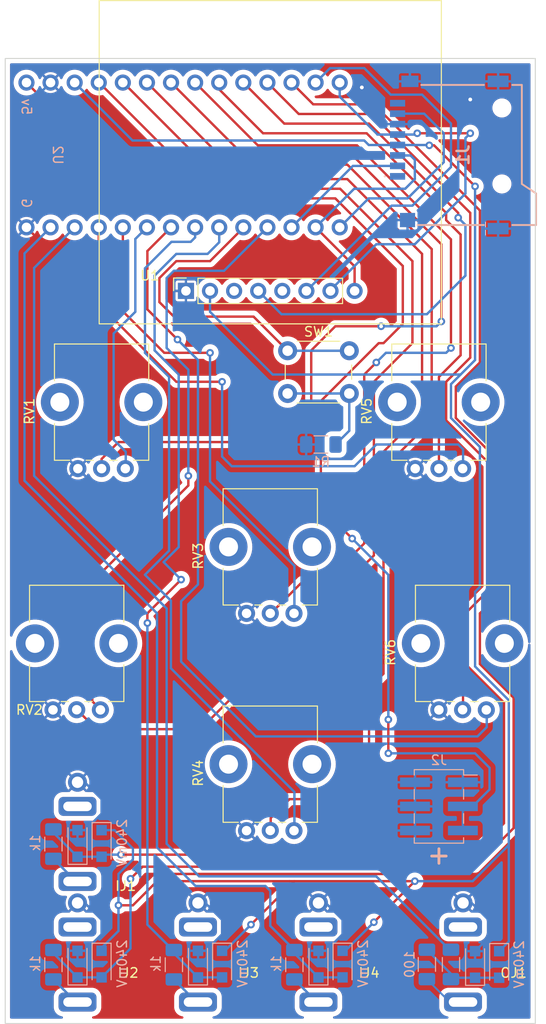
<source format=kicad_pcb>
(kicad_pcb (version 20211014) (generator pcbnew)
  (title_block (comment 4 "AISLER Project ID: LXZBDNXX"))
  (layers (0 "F.Cu" signal) (31 "B.Cu" signal) (34 "B.Paste" user) (35 "F.Paste" user) (36 "B.SilkS" user "B.Silkscreen") (37 "F.SilkS" user "F.Silkscreen") (38 "B.Mask" user) (39 "F.Mask" user) (44 "Edge.Cuts" user))
  (net 0 "")
  (net 1 "/T16")
  (net 2 "GND")
  (net 3 "+3.3V")
  (net 4 "/T15")
  (net 5 "/T7")
  (net 6 "/T0")
  (net 7 "/VOCT_Input/Switch")
  (net 8 "Net-(IJ2-PadT)")
  (net 9 "/Position_Mod_Input/Switch")
  (net 11 "/T10")
  (net 12 "/T11")
  (net 13 "/T13")
  (net 14 "/T12")
  (net 16 "/Channel_1_Mod_Output/Switch")
  (net 17 "/T1")
  (net 18 "Net-(R1-Pad2)")
  (net 19 "/T4")
  (net 20 "/T20")
  (net 21 "/T9")
  (net 22 "/T23")
  (net 23 "/T3")
  (net 24 "/T19")
  (net 25 "/T6")
  (net 26 "/T22")
  (net 27 "/T2")
  (net 28 "/T18")
  (net 29 "/T5")
  (net 30 "/T21")
  (net 31 "/T8")
  (net 32 "/T14")
  (net 34 "/T17")
  (net 35 "+5V")
  (net 36 "Net-(IJ4-PadT)")
  (net 37 "Net-(OD1-Pad1)")
  (net 38 "Net-(OJ1-PadT)")
  (net 39 "/Warp_Mod_Input/Switch")
  (net 40 "Net-(IJ1-PadT)")
  (net 41 "/FM_Mod_Input/Switch")
  (net 42 "Net-(IJ3-PadT)")
  (footprint "Perfboard:3.5mm Jack Perfboard" (layer "F.Cu") (at 83.82 165.1)
    (fp_text reference "IJ3")
    (fp_text value "Input")
  )
  (footprint "Misc:1.5_inch_Oled" (layer "F.Cu") (at 91.44 99.06)
    (fp_text reference "U1")
    (fp_text value "SPI_Oled")
  )
  (footprint "Perfboard:3.5mm Jack Perfboard" (layer "F.Cu") (at 96.52 165.1)
    (fp_text reference "IJ4")
    (fp_text value "Input")
  )
  (footprint "Perfboard:3.5mm Jack Perfboard" (layer "F.Cu") (at 71.12 152.4)
    (fp_text reference "IJ1")
    (fp_text value "Input")
  )
  (footprint "Potentiometer:Bourns_PTV09A-4020UB103" (layer "F.Cu") (at 91.44 152.4)
    (fp_text reference "RV4")
    (fp_text value "FM_Scale_Pot")
  )
  (footprint "Perfboard:3.5mm Jack Perfboard" (layer "F.Cu") (at 71.12 165.1)
    (fp_text reference "IJ2")
    (fp_text value "Input")
  )
  (footprint "Potentiometer:Bourns_PTV09A-4025FB103" (layer "F.Cu") (at 73.66 114.3)
    (fp_text reference "RV1")
    (fp_text value "Warp_Offset_Pot")
  )
  (footprint "Potentiometer:Bourns_PTV09A-4025FB103" (layer "F.Cu") (at 91.44 129.54)
    (fp_text reference "RV3")
    (fp_text value "Frequency_Offset_Pot")
  )
  (footprint "Potentiometer:Bourns_PTV09A-4025FB103" (layer "F.Cu") (at 109.22 114.3)
    (fp_text reference "RV5")
    (fp_text value "Position_Offset_Pot")
  )
  (footprint "Perfboard:3.5mm Jack Perfboard" (layer "F.Cu") (at 111.76 165.1)
    (fp_text reference "OJ1")
    (fp_text value "Input")
  )
  (footprint "Button_Switch_THT:SW_PUSH_6mm_H13mm" (layer "F.Cu") (at 93.27 101.89)
    (fp_text reference "SW1")
    (fp_text value "Next_File_Button")
  )
  (footprint "Potentiometer:Bourns_PTV09A-4020UB103" (layer "F.Cu") (at 71.035 139.685)
    (fp_text reference "RV2")
    (fp_text value "Warp_Scale_Pot")
  )
  (footprint "Potentiometer:Bourns_PTV09A-4020UB103" (layer "F.Cu") (at 111.715 139.685)
    (fp_text reference "RV6")
    (fp_text value "Position_Scale_Pot")
  )
  (footprint "Resistor_SMD:R_1206_3216Metric_Pad1.30x1.75mm_HandSolder" (layer "B.Cu") (at 81.28 166.528875 90)
    (fp_text reference "IR3" hide)
    (fp_text value "1k")
  )
  (footprint "Resistor_SMD:R_1206_3216Metric_Pad1.30x1.75mm_HandSolder" (layer "B.Cu") (at 96.774 111.76)
    (fp_text reference "R1")
    (fp_text value "10k")
  )
  (footprint "Diode_SMD:D_SOD-123F" (layer "B.Cu") (at 71.12 153.761875 90)
    (fp_text reference "ID1" hide)
    (fp_text value "240mV")
  )
  (footprint "Misc:MSD4A" (layer "B.Cu") (at 111.76 81.28 -90)
    (fp_text reference "J1")
    (fp_text value "Micro_SD_Card" hide)
  )
  (footprint "Diode_SMD:D_SOD-123F" (layer "B.Cu") (at 96.52 166.461875 90)
    (fp_text reference "ID7" hide)
    (fp_text value "240mV")
  )
  (footprint "Diode_SMD:D_SOD-123F" (layer "B.Cu") (at 73.66 153.761875 -90)
    (fp_text reference "ID2" hide)
    (fp_text value "240mV")
  )
  (footprint "Diode_SMD:D_SOD-123F" (layer "B.Cu") (at 115.57 166.5 -90)
    (fp_text reference "OD2" hide)
    (fp_text value "240mV")
  )
  (footprint "Resistor_SMD:R_1206_3216Metric_Pad1.30x1.75mm_HandSolder" (layer "B.Cu") (at 68.58 153.828875 90)
    (fp_text reference "IR1" hide)
    (fp_text value "1k")
  )
  (footprint "Diode_SMD:D_SOD-123F" (layer "B.Cu") (at 113.03 166.5 90)
    (fp_text reference "OD1" hide)
    (fp_text value "240mV" hide)
  )
  (footprint "Diode_SMD:D_SOD-123F" (layer "B.Cu") (at 73.66 166.461875 -90)
    (fp_text reference "ID4" hide)
    (fp_text value "240mV")
  )
  (footprint "Resistor_SMD:R_1206_3216Metric_Pad1.30x1.75mm_HandSolder" (layer "B.Cu") (at 93.98 166.528875 90)
    (fp_text reference "IR4" hide)
    (fp_text value "1k")
  )
  (footprint "Resistor_SMD:R_1206_3216Metric_Pad1.30x1.75mm_HandSolder" (layer "B.Cu") (at 110.49 166.5 90)
    (fp_text reference "OR2" hide)
    (fp_text value "900" hide)
  )
  (footprint "Diode_SMD:D_SOD-123F" (layer "B.Cu") (at 99.06 166.461875 -90)
    (fp_text reference "ID8" hide)
    (fp_text value "240mV")
  )
  (footprint "Diode_SMD:D_SOD-123F" (layer "B.Cu") (at 86.36 166.461875 -90)
    (fp_text reference "ID6" hide)
    (fp_text value "240mV")
  )
  (footprint "Resistor_SMD:R_1206_3216Metric_Pad1.30x1.75mm_HandSolder" (layer "B.Cu") (at 107.95 166.5 90)
    (fp_text reference "OR1" hide)
    (fp_text value "100")
  )
  (footprint "Diode_SMD:D_SOD-123F" (layer "B.Cu") (at 83.82 166.461875 90)
    (fp_text reference "ID5" hide)
    (fp_text value "240mV")
  )
  (footprint "Resistor_SMD:R_1206_3216Metric_Pad1.30x1.75mm_HandSolder" (layer "B.Cu") (at 68.58 166.528875 90)
    (fp_text reference "IR2" hide)
    (fp_text value "1k")
  )
  (footprint "Connector_PinHeader_2.54mm:PinHeader_2x03_P2.54mm_Vertical_SMD" (layer "B.Cu") (at 109.22 149.86 180)
    (fp_text reference "J2")
    (fp_text value "Power_Connector_2x3")
  )
  (footprint "Teensy:Teensy 4.0 horizontal" (layer "B.Cu") (at 63.2 81.28 90)
    (fp_text reference "U2")
    (fp_text value "Teensy4.0")
  )
  (footprint "Diode_SMD:D_SOD-123F" (layer "B.Cu") (at 71.12 166.461875 90)
    (fp_text reference "ID3" hide)
    (fp_text value "240mV")
  )
  (gr_rect (start 63.5 172.72) (end 119.38 71.12) (layer "Edge.Cuts") (width 0.1) (fill none))
  (gr_text "+" (at 109.22 154.94) (layer "B.SilkS") (effects (font (size 2 2) (thickness 0.3))))
  (segment (start 112.776 154.94) (end 116.078 151.638) (width 0.25) (layer "F.Cu") (net 1))
  (segment (start 112.522 87.376) (end 102.108 76.962) (width 0.25) (layer "F.Cu") (net 1))
  (segment (start 112.014 129.54) (end 114.554 127) (width 0.25) (layer "F.Cu") (net 1))
  (segment (start 116.078 138.938) (end 112.014 134.874) (width 0.25) (layer "F.Cu") (net 1))
  (segment (start 114.554 127) (end 114.554 113.792) (width 0.25) (layer "F.Cu") (net 1))
  (segment (start 109.982 105.156) (end 112.522 102.616) (width 0.25) (layer "F.Cu") (net 1))
  (segment (start 75.692 154.94) (end 112.776 154.94) (width 0.25) (layer "F.Cu") (net 1))
  (segment (start 116.078 151.638) (end 116.078 138.938) (width 0.25) (layer "F.Cu") (net 1))
  (segment (start 112.522 102.616) (end 112.522 87.376) (width 0.25) (layer "F.Cu") (net 1))
  (segment (start 112.014 134.874) (end 112.014 129.54) (width 0.25) (layer "F.Cu") (net 1))
  (segment (start 102.108 76.962) (end 94.442 76.962) (width 0.25) (layer "F.Cu") (net 1))
  (segment (start 94.442 76.962) (end 91.14 73.66) (width 0.25) (layer "F.Cu") (net 1))
  (segment (start 114.554 113.792) (end 109.982 109.22) (width 0.25) (layer "F.Cu") (net 1))
  (segment (start 109.982 109.22) (end 109.982 105.156) (width 0.25) (layer "F.Cu") (net 1))
  (via (at 75.692 154.94) (size 0.8) (drill 0.4) (layers "F.Cu" "B.Cu") (net 1))
  (segment (start 73.881875 154.94) (end 73.66 155.161875) (width 0.25) (layer "B.Cu") (net 1))
  (segment (start 75.692 154.94) (end 73.881875 154.94) (width 0.25) (layer "B.Cu") (net 1))
  (segment (start 68.58 152.278875) (end 68.58 152.621875) (width 0.25) (layer "B.Cu") (net 1))
  (segment (start 71.12 155.161875) (end 73.66 155.161875) (width 0.25) (layer "B.Cu") (net 1))
  (segment (start 68.58 152.621875) (end 71.12 155.161875) (width 0.25) (layer "B.Cu") (net 1))
  (via (at 101.092 74.168) (size 0.8) (drill 0.4) (layers "F.Cu" "B.Cu") (net 2))
  (via (at 112.522 75.438) (size 0.8) (drill 0.4) (layers "F.Cu" "B.Cu") (net 2))
  (segment (start 113.03 165.1) (end 113.04 165.1) (width 0.25) (layer "B.Cu") (net 2))
  (segment (start 86.36 161.798) (end 84.582 160.02) (width 0.25) (layer "B.Cu") (net 2))
  (segment (start 113.04 165.1) (end 114.44 163.7) (width 0.25) (layer "B.Cu") (net 2))
  (segment (start 99.06 161.798) (end 97.282 160.02) (width 0.25) (layer "B.Cu") (net 2))
  (segment (start 84.582 160.02) (end 83.82 160.02) (width 0.25) (layer "B.Cu") (net 2))
  (segment (start 71.92 152.361875) (end 73.66 150.621875) (width 0.25) (layer "B.Cu") (net 2))
  (segment (start 71.882 160.02) (end 71.12 160.02) (width 0.25) (layer "B.Cu") (net 2))
  (segment (start 73.66 150.621875) (end 73.66 149.098) (width 0.25) (layer "B.Cu") (net 2))
  (segment (start 99.06 163.321875) (end 99.06 161.798) (width 0.25) (layer "B.Cu") (net 2))
  (segment (start 96.52 165.061875) (end 97.32 165.061875) (width 0.25) (layer "B.Cu") (net 2))
  (segment (start 84.62 165.061875) (end 86.36 163.321875) (width 0.25) (layer "B.Cu") (net 2))
  (segment (start 97.32 165.061875) (end 99.06 163.321875) (width 0.25) (layer "B.Cu") (net 2))
  (segment (start 83.82 165.061875) (end 84.62 165.061875) (width 0.25) (layer "B.Cu") (net 2))
  (segment (start 112.66 160.02) (end 111.76 160.02) (width 0.25) (layer "B.Cu") (net 2))
  (segment (start 71.12 152.361875) (end 71.92 152.361875) (width 0.25) (layer "B.Cu") (net 2))
  (segment (start 73.66 149.098) (end 71.882 147.32) (width 0.25) (layer "B.Cu") (net 2))
  (segment (start 86.36 163.321875) (end 86.36 161.798) (width 0.25) (layer "B.Cu") (net 2))
  (segment (start 71.92 165.061875) (end 73.66 163.321875) (width 0.25) (layer "B.Cu") (net 2))
  (segment (start 73.66 161.798) (end 71.882 160.02) (width 0.25) (layer "B.Cu") (net 2))
  (segment (start 114.44 163.7) (end 114.44 161.8) (width 0.25) (layer "B.Cu") (net 2))
  (segment (start 71.12 165.061875) (end 71.92 165.061875) (width 0.25) (layer "B.Cu") (net 2))
  (segment (start 114.44 161.8) (end 112.66 160.02) (width 0.25) (layer "B.Cu") (net 2))
  (segment (start 97.282 160.02) (end 96.52 160.02) (width 0.25) (layer "B.Cu") (net 2))
  (segment (start 71.882 147.32) (end 71.12 147.32) (width 0.25) (layer "B.Cu") (net 2))
  (segment (start 73.66 163.321875) (end 73.66 161.798) (width 0.25) (layer "B.Cu") (net 2))
  (segment (start 93.98 157.734) (end 89.408 162.306) (width 0.25) (layer "F.Cu") (net 3))
  (segment (start 93.472 157.734) (end 79.502 157.734) (width 0.25) (layer "F.Cu") (net 3))
  (segment (start 108.204 80.264) (end 108.712 80.264) (width 0.25) (layer "F.Cu") (net 3))
  (segment (start 106.68 157.734) (end 93.472 157.734) (width 0.25) (layer "F.Cu") (net 3))
  (segment (start 106.68 157.734) (end 102.362 162.052) (width 0.25) (layer "F.Cu") (net 3))
  (segment (start 76.962 160.274) (end 75.438 160.274) (width 0.25) (layer "F.Cu") (net 3))
  (segment (start 108.712 80.264) (end 113.03 84.582) (width 0.25) (layer "F.Cu") (net 3))
  (segment (start 79.502 157.734) (end 76.962 160.274) (width 0.25) (layer "F.Cu") (net 3))
  (via (at 75.438 160.274) (size 0.8) (drill 0.4) (layers "F.Cu" "B.Cu") (net 3))
  (via (at 102.362 162.052) (size 0.8) (drill 0.4) (layers "F.Cu" "B.Cu") (net 3))
  (via (at 89.408 162.306) (size 0.8) (drill 0.4) (layers "F.Cu" "B.Cu") (net 3))
  (via (at 113.03 84.582) (size 0.8) (drill 0.4) (layers "F.Cu" "B.Cu") (net 3))
  (via (at 106.68 157.734) (size 0.8) (drill 0.4) (layers "F.Cu" "B.Cu") (net 3))
  (via (at 108.204 80.264) (size 0.8) (drill 0.4) (layers "F.Cu" "B.Cu") (net 3))
  (segment (start 101.82 80.23) (end 104.86 80.23) (width 0.25) (layer "B.Cu") (net 3))
  (segment (start 76.962 155.448) (end 75.438 156.972) (width 0.25) (layer "B.Cu") (net 3))
  (segment (start 86.652125 165.061875) (end 89.408 162.306) (width 0.25) (layer "B.Cu") (net 3))
  (segment (start 75.438 156.972) (end 75.438 162.976) (width 0.25) (layer "B.Cu") (net 3))
  (segment (start 75.438 162.976) (end 73.66 164.754) (width 0.25) (layer "B.Cu") (net 3))
  (segment (start 116.586 164.084) (end 115.57 165.1) (width 0.25) (layer "B.Cu") (net 3))
  (segment (start 113.538 126.746) (end 113.03 127.254) (width 0.25) (layer "B.Cu") (net 3))
  (segment (start 113.03 127.254) (end 113.03 135.128) (width 0.25) (layer "B.Cu") (net 3))
  (segment (start 91.694 104.394) (end 85.09 97.79) (width 0.25) (layer "B.Cu") (net 3))
  (segment (start 108.17 80.23) (end 108.204 80.264) (width 0.25) (layer "B.Cu") (net 3))
  (segment (start 76.916 79.756) (end 101.346 79.756) (width 0.25) (layer "B.Cu") (net 3))
  (segment (start 113.03 102.87) (end 111.506 104.394) (width 0.25) (layer "B.Cu") (net 3))
  (segment (start 113.538 112.014) (end 113.538 126.746) (width 0.25) (layer "B.Cu") (net 3))
  (segment (start 102.362 162.052) (end 99.352125 165.061875) (width 0.25) (layer "B.Cu") (net 3))
  (segment (start 99.352125 165.061875) (end 99.06 165.061875) (width 0.25) (layer "B.Cu") (net 3))
  (segment (start 75.023528 152.361875) (end 73.66 152.361875) (width 0.25) (layer "B.Cu") (net 3))
  (segment (start 116.586 153.924) (end 116.586 164.084) (width 0.25) (layer "B.Cu") (net 3))
  (segment (start 111.506 104.394) (end 110.49 105.41) (width 0.25) (layer "B.Cu") (net 3))
  (segment (start 112.776 157.734) (end 116.586 153.924) (width 0.25) (layer "B.Cu") (net 3))
  (segment (start 85.09 97.79) (end 85.09 95.591) (width 0.25) (layer "B.Cu") (net 3))
  (segment (start 76.962 154.300347) (end 75.023528 152.361875) (width 0.25) (layer "B.Cu") (net 3))
  (segment (start 111.506 104.394) (end 91.694 104.394) (width 0.25) (layer "B.Cu") (net 3))
  (segment (start 113.03 84.582) (end 113.03 102.87) (width 0.25) (layer "B.Cu") (net 3))
  (segment (start 110.49 105.41) (end 110.49 108.966) (width 0.25) (layer "B.Cu") (net 3))
  (segment (start 106.68 157.734) (end 112.776 157.734) (width 0.25) (layer "B.Cu") (net 3))
  (segment (start 73.66 164.754) (end 73.66 165.061875) (width 0.25) (layer "B.Cu") (net 3))
  (segment (start 104.86 80.23) (end 108.17 80.23) (width 0.25) (layer "B.Cu") (net 3))
  (segment (start 116.586 138.684) (end 116.586 153.924) (width 0.25) (layer "B.Cu") (net 3))
  (segment (start 76.962 154.300347) (end 76.962 155.448) (width 0.25) (layer "B.Cu") (net 3))
  (segment (start 110.49 108.966) (end 113.538 112.014) (width 0.25) (layer "B.Cu") (net 3))
  (segment (start 70.82 73.66) (end 76.916 79.756) (width 0.25) (layer "B.Cu") (net 3))
  (segment (start 101.346 79.756) (end 101.82 80.23) (width 0.25) (layer "B.Cu") (net 3))
  (segment (start 86.36 165.061875) (end 86.652125 165.061875) (width 0.25) (layer "B.Cu") (net 3))
  (segment (start 113.03 135.128) (end 116.586 138.684) (width 0.25) (layer "B.Cu") (net 3))
  (segment (start 77.978 156.21) (end 113.03 156.21) (width 0.25) (layer "F.Cu") (net 4))
  (segment (start 115.57 113.538) (end 110.998 108.966) (width 0.25) (layer "F.Cu") (net 4))
  (segment (start 113.538 87.122) (end 102.362 75.946) (width 0.25) (layer "F.Cu") (net 4))
  (segment (start 117.094 138.43) (end 113.538 134.874) (width 0.25) (layer "F.Cu") (net 4))
  (segment (start 115.57 127.508) (end 115.57 113.538) (width 0.25) (layer "F.Cu") (net 4))
  (segment (start 113.538 134.874) (end 113.538 129.54) (width 0.25) (layer "F.Cu") (net 4))
  (segment (start 76.708 157.48) (end 77.978 156.21) (width 0.25) (layer "F.Cu") (net 4))
  (segment (start 113.03 156.21) (end 117.094 152.146) (width 0.25) (layer "F.Cu") (net 4))
  (segment (start 102.362 75.946) (end 95.966 75.946) (width 0.25) (layer "F.Cu") (net 4))
  (segment (start 110.998 105.664) (end 113.538 103.124) (width 0.25) (layer "F.Cu") (net 4))
  (segment (start 95.966 75.946) (end 93.68 73.66) (width 0.25) (layer "F.Cu") (net 4))
  (segment (start 113.538 103.124) (end 113.538 87.122) (width 0.25) (layer "F.Cu") (net 4))
  (segment (start 113.538 129.54) (end 115.57 127.508) (width 0.25) (layer "F.Cu") (net 4))
  (segment (start 117.094 152.146) (end 117.094 138.43) (width 0.25) (layer "F.Cu") (net 4))
  (segment (start 110.998 108.966) (end 110.998 105.664) (width 0.25) (layer "F.Cu") (net 4))
  (via (at 76.708 157.48) (size 0.8) (drill 0.4) (layers "F.Cu" "B.Cu") (net 4))
  (segment (start 68.58 165.321875) (end 71.12 167.861875) (width 0.25) (layer "B.Cu") (net 4))
  (segment (start 76.708 164.813875) (end 73.66 167.861875) (width 0.25) (layer "B.Cu") (net 4))
  (segment (start 76.708 157.48) (end 76.708 164.813875) (width 0.25) (layer "B.Cu") (net 4))
  (segment (start 68.58 164.978875) (end 68.58 165.321875) (width 0.25) (layer "B.Cu") (net 4))
  (segment (start 71.12 167.861875) (end 73.66 167.861875) (width 0.25) (layer "B.Cu") (net 4))
  (segment (start 78.486 129.54) (end 82.042 125.984) (width 0.25) (layer "F.Cu") (net 5))
  (segment (start 78.486 130.556) (end 78.486 129.54) (width 0.25) (layer "F.Cu") (net 5))
  (via (at 82.042 125.984) (size 0.8) (drill 0.4) (layers "F.Cu" "B.Cu") (net 5))
  (via (at 78.486 130.556) (size 0.8) (drill 0.4) (layers "F.Cu" "B.Cu") (net 5))
  (segment (start 81.788 122.556396) (end 80.201198 124.143198) (width 0.25) (layer "B.Cu") (net 5))
  (segment (start 81.28 165.321875) (end 83.82 167.861875) (width 0.25) (layer "B.Cu") (net 5))
  (segment (start 79.248 93.98) (end 79.248 101.854) (width 0.25) (layer "B.Cu") (net 5))
  (segment (start 81.534 91.694) (end 79.248 93.98) (width 0.25) (layer "B.Cu") (net 5))
  (segment (start 79.248 101.854) (end 81.788 104.394) (width 0.25) (layer "B.Cu") (net 5))
  (segment (start 86.06 90.47) (end 84.836 91.694) (width 0.25) (layer "B.Cu") (net 5))
  (segment (start 81.788 104.394) (end 81.788 122.556396) (width 0.25) (layer "B.Cu") (net 5))
  (segment (start 84.836 91.694) (end 81.534 91.694) (width 0.25) (layer "B.Cu") (net 5))
  (segment (start 83.82 167.861875) (end 86.36 167.861875) (width 0.25) (layer "B.Cu") (net 5))
  (segment (start 80.201198 124.143198) (end 82.042 125.984) (width 0.25) (layer "B.Cu") (net 5))
  (segment (start 86.06 88.9) (end 86.06 90.47) (width 0.25) (layer "B.Cu") (net 5))
  (segment (start 81.28 164.978875) (end 81.28 165.321875) (width 0.25) (layer "B.Cu") (net 5))
  (segment (start 78.486 130.556) (end 78.486 162.306) (width 0.25) (layer "B.Cu") (net 5))
  (segment (start 81.158875 164.978875) (end 78.486 162.306) (width 0.25) (layer "B.Cu") (net 5))
  (segment (start 81.28 164.978875) (end 81.158875 164.978875) (width 0.25) (layer "B.Cu") (net 5))
  (segment (start 90.932 158.242) (end 91.44 158.75) (width 0.25) (layer "B.Cu") (net 6))
  (segment (start 93.98 165.321875) (end 96.52 167.861875) (width 0.25) (layer "B.Cu") (net 6))
  (segment (start 96.52 167.861875) (end 99.06 167.861875) (width 0.25) (layer "B.Cu") (net 6))
  (segment (start 91.44 158.75) (end 91.44 162.438875) (width 0.25) (layer "B.Cu") (net 6))
  (segment (start 93.98 164.978875) (end 93.98 165.321875) (width 0.25) (layer "B.Cu") (net 6))
  (segment (start 65.532 91.648) (end 65.532 115.57) (width 0.25) (layer "B.Cu") (net 6))
  (segment (start 79.502 154.178) (end 83.566 158.242) (width 0.25) (layer "B.Cu") (net 6))
  (segment (start 68.28 88.9) (end 65.532 91.648) (width 0.25) (layer "B.Cu") (net 6))
  (segment (start 91.44 162.438875) (end 93.98 164.978875) (width 0.25) (layer "B.Cu") (net 6))
  (segment (start 79.502 129.54) (end 79.502 154.178) (width 0.25) (layer "B.Cu") (net 6))
  (segment (start 83.566 158.242) (end 90.932 158.242) (width 0.25) (layer "B.Cu") (net 6))
  (segment (start 65.532 115.57) (end 79.502 129.54) (width 0.25) (layer "B.Cu") (net 6))
  (segment (start 70.961125 170.46) (end 71.12 170.46) (width 0.25) (layer "B.Cu") (net 8))
  (segment (start 68.58 168.078875) (end 70.961125 170.46) (width 0.25) (layer "B.Cu") (net 8))
  (segment (start 100.15 82.43) (end 93.68 88.9) (width 0.25) (layer "B.Cu") (net 11))
  (segment (start 104.86 82.43) (end 100.15 82.43) (width 0.25) (layer "B.Cu") (net 11))
  (segment (start 100.33 95.591) (end 100.33 93.01) (width 0.25) (layer "F.Cu") (net 12))
  (segment (start 100.33 93.01) (end 96.22 88.9) (width 0.25) (layer "F.Cu") (net 12))
  (segment (start 106.68 83.82) (end 105.664 84.836) (width 0.25) (layer "B.Cu") (net 12))
  (segment (start 100.284 84.836) (end 96.22 88.9) (width 0.25) (layer "B.Cu") (net 12))
  (segment (start 106.68 81.788) (end 106.68 83.82) (width 0.25) (layer "B.Cu") (net 12))
  (segment (start 105.664 84.836) (end 100.284 84.836) (width 0.25) (layer "B.Cu") (net 12))
  (segment (start 106.222 81.33) (end 106.68 81.788) (width 0.25) (layer "B.Cu") (net 12))
  (segment (start 104.86 81.33) (end 106.222 81.33) (width 0.25) (layer "B.Cu") (net 12))
  (segment (start 106.934 78.994) (end 112.522 78.994) (width 0.25) (layer "F.Cu") (net 13))
  (via (at 106.934 78.994) (size 0.8) (drill 0.4) (layers "F.Cu" "B.Cu") (net 13))
  (via (at 112.522 78.994) (size 0.8) (drill 0.4) (layers "F.Cu" "B.Cu") (net 13))
  (segment (start 102.734 79.13) (end 104.86 79.13) (width 0.25) (layer "B.Cu") (net 13))
  (segment (start 106.798 79.13) (end 104.86 79.13) (width 0.25) (layer "B.Cu") (net 13))
  (segment (start 97.79 95.504) (end 97.79 95.591) (width 0.25) (layer "B.Cu") (net 13))
  (segment (start 106.934 78.994) (end 106.798 79.13) (width 0.25) (layer "B.Cu") (net 13))
  (segment (start 112.014 79.502) (end 112.014 85.344) (width 0.25) (layer "B.Cu") (net 13))
  (segment (start 102.734 79.112) (end 98.76 75.138) (width 0.25) (layer "B.Cu") (net 13))
  (segment (start 98.76 75.138) (end 98.76 73.66) (width 0.25) (layer "B.Cu") (net 13))
  (segment (start 102.616 90.678) (end 97.79 95.504) (width 0.25) (layer "B.Cu") (net 13))
  (segment (start 106.68 90.678) (end 102.616 90.678) (width 0.25) (layer "B.Cu") (net 13))
  (segment (start 112.522 78.994) (end 112.014 79.502) (width 0.25) (layer "B.Cu") (net 13))
  (segment (start 102.734 79.13) (end 102.734 79.112) (width 0.25) (layer "B.Cu") (net 13))
  (segment (start 112.014 85.344) (end 106.68 90.678) (width 0.25) (layer "B.Cu") (net 13))
  (segment (start 107.664 76.93) (end 109.728 78.994) (width 0.25) (layer "B.Cu") (net 14))
  (segment (start 109.728 82.042) (end 105.918 85.852) (width 0.25) (layer "B.Cu") (net 14))
  (segment (start 105.918 85.852) (end 101.808 85.852) (width 0.25) (layer "B.Cu") (net 14))
  (segment (start 101.808 85.852) (end 98.76 88.9) (width 0.25) (layer "B.Cu") (net 14))
  (segment (start 104.86 76.93) (end 107.664 76.93) (width 0.25) (layer "B.Cu") (net 14))
  (segment (start 109.728 78.994) (end 109.728 82.042) (width 0.25) (layer "B.Cu") (net 14))
  (segment (start 110.21 164.82) (end 102.616 157.226) (width 0.25) (layer "B.Cu") (net 17))
  (segment (start 102.616 157.226) (end 83.947 157.226) (width 0.25) (layer "B.Cu") (net 17))
  (segment (start 66.548 115.062) (end 66.548 93.172) (width 0.25) (layer "B.Cu") (net 17))
  (segment (start 110.49 164.95) (end 110.21 164.95) (width 0.25) (layer "B.Cu") (net 17))
  (segment (start 66.548 93.172) (end 70.82 88.9) (width 0.25) (layer "B.Cu") (net 17))
  (segment (start 83.947 157.226) (end 80.518 153.797) (width 0.25) (layer "B.Cu") (net 17))
  (segment (start 80.518 129.032) (end 66.548 115.062) (width 0.25) (layer "B.Cu") (net 17))
  (segment (start 80.518 153.797) (end 80.518 129.032) (width 0.25) (layer "B.Cu") (net 17))
  (segment (start 93.27 106.39) (end 99.77 106.39) (width 0.25) (layer "B.Cu") (net 18))
  (segment (start 99.77 106.39) (end 99.77 110.314) (width 0.25) (layer "B.Cu") (net 18))
  (segment (start 99.77 110.314) (end 98.324 111.76) (width 0.25) (layer "B.Cu") (net 18))
  (segment (start 74.93 100.076) (end 77.216 97.79) (width 0.25) (layer "B.Cu") (net 19))
  (segment (start 74.93 111.252) (end 74.93 100.076) (width 0.25) (layer "B.Cu") (net 19))
  (segment (start 76.205 112.527) (end 74.93 111.252) (width 0.25) (layer "B.Cu") (net 19))
  (segment (start 77.216 97.79) (end 77.216 90.124) (width 0.25) (layer "B.Cu") (net 19))
  (segment (start 76.205 114.315) (end 76.205 112.527) (width 0.25) (layer "B.Cu") (net 19))
  (segment (start 77.216 90.124) (end 78.44 88.9) (width 0.25) (layer "B.Cu") (net 19))
  (segment (start 95.758 101.854) (end 95.758 108.204) (width 0.25) (layer "F.Cu") (net 20))
  (segment (start 92.456 111.506) (end 75.438 111.506) (width 0.25) (layer "F.Cu") (net 20))
  (segment (start 98.298 99.314) (end 95.758 101.854) (width 0.25) (layer "F.Cu") (net 20))
  (segment (start 109.474 90.678) (end 100.076 81.28) (width 0.25) (layer "F.Cu") (net 20))
  (segment (start 73.66 113.284) (end 73.66 114.3) (width 0.25) (layer "F.Cu") (net 20))
  (segment (start 103.124 99.314) (end 98.298 99.314) (width 0.25) (layer "F.Cu") (net 20))
  (segment (start 88.6 81.28) (end 80.98 73.66) (width 0.25) (layer "F.Cu") (net 20))
  (segment (start 75.438 111.506) (end 73.66 113.284) (width 0.25) (layer "F.Cu") (net 20))
  (segment (start 95.758 108.204) (end 92.456 111.506) (width 0.25) (layer "F.Cu") (net 20))
  (segment (start 100.076 81.28) (end 88.6 81.28) (width 0.25) (layer "F.Cu") (net 20))
  (segment (start 109.474 98.806) (end 109.474 90.678) (width 0.25) (layer "F.Cu") (net 20))
  (via (at 103.124 99.314) (size 0.8) (drill 0.4) (layers "F.Cu" "B.Cu") (net 20))
  (via (at 109.474 98.806) (size 0.8) (drill 0.4) (layers "F.Cu" "B.Cu") (net 20))
  (segment (start 103.124 99.314) (end 108.966 99.314) (width 0.25) (layer "B.Cu") (net 20))
  (segment (start 108.966 99.314) (end 109.474 98.806) (width 0.25) (layer "B.Cu") (net 20))
  (segment (start 72.68 126.202) (end 76.708 122.174) (width 0.25) (layer "F.Cu") (net 21))
  (segment (start 76.708 122.174) (end 82.804 116.078) (width 0.25) (layer "F.Cu") (net 21))
  (segment (start 73.58 139.7) (end 72.68 138.8) (width 0.25) (layer "F.Cu") (net 21))
  (segment (start 82.804 116.078) (end 82.804 115.062) (width 0.25) (layer "F.Cu") (net 21))
  (segment (start 72.68 138.8) (end 72.68 126.202) (width 0.25) (layer "F.Cu") (net 21))
  (via (at 82.804 115.062) (size 0.8) (drill 0.4) (layers "F.Cu" "B.Cu") (net 21))
  (segment (start 82.804 115.062) (end 82.804 103.886) (width 0.25) (layer "B.Cu") (net 21))
  (segment (start 82.804 103.886) (end 80.518 101.6) (width 0.25) (layer "B.Cu") (net 21))
  (segment (start 81.28 93.472) (end 86.568 93.472) (width 0.25) (layer "B.Cu") (net 21))
  (segment (start 80.518 94.234) (end 81.28 93.472) (width 0.25) (layer "B.Cu") (net 21))
  (segment (start 80.518 101.6) (end 80.518 94.234) (width 0.25) (layer "B.Cu") (net 21))
  (segment (start 86.568 93.472) (end 91.14 88.9) (width 0.25) (layer "B.Cu") (net 21))
  (segment (start 71.08 139.7) (end 73.112 141.732) (width 0.25) (layer "F.Cu") (net 22))
  (segment (start 106.426 101.092) (end 106.426 92.456) (width 0.25) (layer "F.Cu") (net 22))
  (segment (start 84.582 84.836) (end 73.406 73.66) (width 0.25) (layer "F.Cu") (net 22))
  (segment (start 102.362 123.444) (end 102.362 105.156) (width 0.25) (layer "F.Cu") (net 22))
  (segment (start 73.406 73.66) (end 73.36 73.66) (width 0.25) (layer "F.Cu") (net 22))
  (segment (start 106.426 92.456) (end 98.806 84.836) (width 0.25) (layer "F.Cu") (net 22))
  (segment (start 73.112 141.732) (end 84.074 141.732) (width 0.25) (layer "F.Cu") (net 22))
  (segment (start 84.074 141.732) (end 102.362 123.444) (width 0.25) (layer "F.Cu") (net 22))
  (segment (start 102.362 105.156) (end 106.426 101.092) (width 0.25) (layer "F.Cu") (net 22))
  (segment (start 98.806 84.836) (end 84.582 84.836) (width 0.25) (layer "F.Cu") (net 22))
  (segment (start 85.09 102.108) (end 80.264 102.108) (width 0.25) (layer "F.Cu") (net 23))
  (segment (start 80.264 102.108) (end 75.9 97.744) (width 0.25) (layer "F.Cu") (net 23))
  (segment (start 75.9 97.744) (end 75.9 88.9) (width 0.25) (layer "F.Cu") (net 23))
  (via (at 85.09 102.108) (size 0.8) (drill 0.4) (layers "F.Cu" "B.Cu") (net 23))
  (segment (start 85.09 102.108) (end 85.09 115.649089) (width 0.25) (layer "B.Cu") (net 23))
  (segment (start 93.985 124.544089) (end 93.985 129.555) (width 0.25) (layer "B.Cu") (net 23))
  (segment (start 85.09 115.649089) (end 93.985 124.544089) (width 0.25) (layer "B.Cu") (net 23))
  (segment (start 97.282 126.238) (end 94.802 126.238) (width 0.25) (layer "F.Cu") (net 24))
  (segment (start 101.346 122.174) (end 97.282 126.238) (width 0.25) (layer "F.Cu") (net 24))
  (segment (start 101.346 104.394) (end 101.346 122.174) (width 0.25) (layer "F.Cu") (net 24))
  (segment (start 102.616 103.124) (end 101.346 104.394) (width 0.25) (layer "F.Cu") (net 24))
  (segment (start 94.802 126.238) (end 91.485 129.555) (width 0.25) (layer "F.Cu") (net 24))
  (segment (start 110.49 101.6) (end 110.49 90.17) (width 0.25) (layer "F.Cu") (net 24))
  (segment (start 90.124 80.264) (end 83.52 73.66) (width 0.25) (layer "F.Cu") (net 24))
  (segment (start 110.49 90.17) (end 100.584 80.264) (width 0.25) (layer "F.Cu") (net 24))
  (segment (start 100.584 80.264) (end 90.124 80.264) (width 0.25) (layer "F.Cu") (net 24))
  (via (at 110.49 101.6) (size 0.8) (drill 0.4) (layers "F.Cu" "B.Cu") (net 24))
  (via (at 102.616 103.124) (size 0.8) (drill 0.4) (layers "F.Cu" "B.Cu") (net 24))
  (segment (start 103.632 102.108) (end 109.982 102.108) (width 0.25) (layer "B.Cu") (net 24))
  (segment (start 109.982 102.108) (end 110.49 101.6) (width 0.25) (layer "B.Cu") (net 24))
  (segment (start 102.616 103.124) (end 103.632 102.108) (width 0.25) (layer "B.Cu") (net 24))
  (segment (start 83.52 89.962) (end 83.52 88.9) (width 0.25) (layer "B.Cu") (net 25))
  (segment (start 93.985 148.341) (end 80.968 135.324) (width 0.25) (layer "B.Cu") (net 25))
  (segment (start 80.968 135.324) (end 80.968 128.212) (width 0.25) (layer "B.Cu") (net 25))
  (segment (start 80.968 128.212) (end 78.232 125.476) (width 0.25) (layer "B.Cu") (net 25))
  (segment (start 78.232 93.218) (end 81.026 90.424) (width 0.25) (layer "B.Cu") (net 25))
  (segment (start 80.772 122.936) (end 80.772 104.648) (width 0.25) (layer "B.Cu") (net 25))
  (segment (start 93.985 152.415) (end 93.985 148.341) (width 0.25) (layer "B.Cu") (net 25))
  (segment (start 83.058 90.424) (end 83.52 89.962) (width 0.25) (layer "B.Cu") (net 25))
  (segment (start 81.026 90.424) (end 83.058 90.424) (width 0.25) (layer "B.Cu") (net 25))
  (segment (start 78.232 102.108) (end 78.232 93.218) (width 0.25) (layer "B.Cu") (net 25))
  (segment (start 78.232 125.476) (end 80.772 122.936) (width 0.25) (layer "B.Cu") (net 25))
  (segment (start 80.772 104.648) (end 78.232 102.108) (width 0.25) (layer "B.Cu") (net 25))
  (segment (start 91.485 152.415) (end 91.485 151.085) (width 0.25) (layer "F.Cu") (net 26))
  (segment (start 75.946 73.66) (end 75.9 73.66) (width 0.25) (layer "F.Cu") (net 26))
  (segment (start 101.854 137.414) (end 103.378 135.89) (width 0.25) (layer "F.Cu") (net 26))
  (segment (start 107.442 108.458) (end 107.442 91.694) (width 0.25) (layer "F.Cu") (net 26))
  (segment (start 86.106 83.82) (end 75.946 73.66) (width 0.25) (layer "F.Cu") (net 26))
  (segment (start 99.568 83.82) (end 86.106 83.82) (width 0.25) (layer "F.Cu") (net 26))
  (segment (start 107.442 91.694) (end 99.568 83.82) (width 0.25) (layer "F.Cu") (net 26))
  (segment (start 103.378 112.522) (end 107.442 108.458) (width 0.25) (layer "F.Cu") (net 26))
  (segment (start 101.854 147.32) (end 101.854 137.414) (width 0.25) (layer "F.Cu") (net 26))
  (segment (start 103.378 135.89) (end 103.378 112.522) (width 0.25) (layer "F.Cu") (net 26))
  (segment (start 93.472 149.098) (end 100.076 149.098) (width 0.25) (layer "F.Cu") (net 26))
  (segment (start 100.076 149.098) (end 101.854 147.32) (width 0.25) (layer "F.Cu") (net 26))
  (segment (start 91.485 151.085) (end 93.472 149.098) (width 0.25) (layer "F.Cu") (net 26))
  (segment (start 73.36 96.982) (end 73.36 88.9) (width 0.25) (layer "F.Cu") (net 27))
  (segment (start 86.36 105.156) (end 81.534 105.156) (width 0.25) (layer "F.Cu") (net 27))
  (segment (start 81.534 105.156) (end 73.36 96.982) (width 0.25) (layer "F.Cu") (net 27))
  (via (at 86.36 105.156) (size 0.8) (drill 0.4) (layers "F.Cu" "B.Cu") (net 27))
  (segment (start 102.616 111.76) (end 100.33 114.046) (width 0.25) (layer "B.Cu") (net 27))
  (segment (start 86.36 113.03) (end 86.36 105.156) (width 0.25) (layer "B.Cu") (net 27))
  (segment (start 87.376 114.046) (end 86.36 113.03) (width 0.25) (layer "B.Cu") (net 27))
  (segment (start 111.252 111.76) (end 102.616 111.76) (width 0.25) (layer "B.Cu") (net 27))
  (segment (start 100.33 114.046) (end 87.376 114.046) (width 0.25) (layer "B.Cu") (net 27))
  (segment (start 111.765 112.273) (end 111.252 111.76) (width 0.25) (layer "B.Cu") (net 27))
  (segment (start 111.765 114.315) (end 111.765 112.273) (width 0.25) (layer "B.Cu") (net 27))
  (segment (start 109.982 88.138) (end 109.982 87.376) (width 0.25) (layer "F.Cu") (net 28))
  (segment (start 90.678 78.994) (end 86.06 74.376) (width 0.25) (layer "F.Cu") (net 28))
  (segment (start 111.506 89.662) (end 109.982 88.138) (width 0.25) (layer "F.Cu") (net 28))
  (segment (start 101.6 78.994) (end 90.678 78.994) (width 0.25) (layer "F.Cu") (net 28))
  (segment (start 109.22 114.27) (end 109.22 104.648) (width 0.25) (layer "F.Cu") (net 28))
  (segment (start 86.06 74.376) (end 86.06 73.66) (width 0.25) (layer "F.Cu") (net 28))
  (segment (start 111.506 102.362) (end 111.506 89.662) (width 0.25) (layer "F.Cu") (net 28))
  (segment (start 109.982 87.376) (end 101.6 78.994) (width 0.25) (layer "F.Cu") (net 28))
  (segment (start 109.22 104.648) (end 111.506 102.362) (width 0.25) (layer "F.Cu") (net 28))
  (segment (start 78.486 91.394) (end 80.98 88.9) (width 0.25) (layer "F.Cu") (net 29))
  (segment (start 78.486 97.536) (end 78.486 91.394) (width 0.25) (layer "F.Cu") (net 29))
  (segment (start 81.661 100.711) (end 78.486 97.536) (width 0.25) (layer "F.Cu") (net 29))
  (via (at 81.661 100.711) (size 0.8) (drill 0.4) (layers "F.Cu" "B.Cu") (net 29))
  (segment (start 114.26 139.7) (end 114.26 141.518) (width 0.25) (layer "B.Cu") (net 29))
  (segment (start 83.82 102.87) (end 81.661 100.711) (width 0.25) (layer "B.Cu") (net 29))
  (segment (start 114.26 141.518) (end 113.284 142.494) (width 0.25) (layer "B.Cu") (net 29))
  (segment (start 113.284 142.494) (end 89.916 142.494) (width 0.25) (layer "B.Cu") (net 29))
  (segment (start 83.82 126.492) (end 83.82 102.87) (width 0.25) (layer "B.Cu") (net 29))
  (segment (start 82.042 128.27) (end 82.804 127.508) (width 0.25) (layer "B.Cu") (net 29))
  (segment (start 82.042 134.62) (end 82.042 128.27) (width 0.25) (layer "B.Cu") (net 29))
  (segment (start 82.804 127.508) (end 83.82 126.492) (width 0.25) (layer "B.Cu") (net 29))
  (segment (start 89.916 142.494) (end 82.042 134.62) (width 0.25) (layer "B.Cu") (net 29))
  (segment (start 108.458 109.22) (end 108.458 91.186) (width 0.25) (layer "F.Cu") (net 30))
  (segment (start 99.568 82.296) (end 87.076 82.296) (width 0.25) (layer "F.Cu") (net 30))
  (segment (start 87.076 82.296) (end 78.44 73.66) (width 0.25) (layer "F.Cu") (net 30))
  (segment (start 104.648 113.03) (end 108.458 109.22) (width 0.25) (layer "F.Cu") (net 30))
  (segment (start 110.998 126.238) (end 104.648 119.888) (width 0.25) (layer "F.Cu") (net 30))
  (segment (start 111.76 139.7) (end 111.76 136.144) (width 0.25) (layer "F.Cu") (net 30))
  (segment (start 111.76 136.144) (end 110.998 135.382) (width 0.25) (layer "F.Cu") (net 30))
  (segment (start 108.458 91.186) (end 99.568 82.296) (width 0.25) (layer "F.Cu") (net 30))
  (segment (start 110.998 135.382) (end 110.998 126.238) (width 0.25) (layer "F.Cu") (net 30))
  (segment (start 104.648 119.888) (end 104.648 113.03) (width 0.25) (layer "F.Cu") (net 30))
  (segment (start 88.6 88.946) (end 88.6 88.9) (width 0.25) (layer "F.Cu") (net 31))
  (segment (start 85.09 92.456) (end 88.6 88.946) (width 0.25) (layer "F.Cu") (net 31))
  (segment (start 93.27 101.89) (end 89.678 98.298) (width 0.25) (layer "F.Cu") (net 31))
  (segment (start 79.756 94.234) (end 81.534 92.456) (width 0.25) (layer "F.Cu") (net 31))
  (segment (start 81.28 98.298) (end 79.756 96.774) (width 0.25) (layer "F.Cu") (net 31))
  (segment (start 79.756 96.774) (end 79.756 94.234) (width 0.25) (layer "F.Cu") (net 31))
  (segment (start 81.534 92.456) (end 85.09 92.456) (width 0.25) (layer "F.Cu") (net 31))
  (segment (start 89.678 98.298) (end 81.28 98.298) (width 0.25) (layer "F.Cu") (net 31))
  (segment (start 99.77 101.89) (end 93.27 101.89) (width 0.25) (layer "B.Cu") (net 31))
  (segment (start 107.442 74.93) (end 104.14 74.93) (width 0.25) (layer "B.Cu") (net 32))
  (segment (start 104.227 86.614) (end 106.426 86.614) (width 0.25) (layer "B.Cu") (net 32))
  (segment (start 97.744 72.136) (end 96.22 73.66) (width 0.25) (layer "B.Cu") (net 32))
  (segment (start 104.14 74.93) (end 101.346 72.136) (width 0.25) (layer "B.Cu") (net 32))
  (segment (start 95.25 95.591) (end 104.227 86.614) (width 0.25) (layer "B.Cu") (net 32))
  (segment (start 110.49 82.55) (end 110.49 77.978) (width 0.25) (layer "B.Cu") (net 32))
  (segment (start 106.426 86.614) (end 110.49 82.55) (width 0.25) (layer "B.Cu") (net 32))
  (segment (start 101.346 72.136) (end 97.744 72.136) (width 0.25) (layer "B.Cu") (net 32))
  (segment (start 110.49 77.978) (end 107.442 74.93) (width 0.25) (layer "B.Cu") (net 32))
  (segment (start 111.252 87.884) (end 111.252 87.376) (width 0.25) (layer "F.Cu") (net 34))
  (segment (start 92.918 77.978) (end 88.6 73.66) (width 0.25) (layer "F.Cu") (net 34))
  (segment (start 111.252 87.376) (end 101.854 77.978) (width 0.25) (layer "F.Cu") (net 34))
  (segment (start 101.854 77.978) (end 92.918 77.978) (width 0.25) (layer "F.Cu") (net 34))
  (via (at 111.252 87.884) (size 0.8) (drill 0.4) (layers "F.Cu" "B.Cu") (net 34))
  (segment (start 112.014 93.98) (end 107.95 98.044) (width 0.25) (layer "B.Cu") (net 34))
  (segment (start 111.252 87.884) (end 112.014 88.646) (width 0.25) (layer "B.Cu") (net 34))
  (segment (start 107.95 98.044) (end 92.623 98.044) (width 0.25) (layer "B.Cu") (net 34))
  (segment (start 92.623 98.044) (end 90.17 95.591) (width 0.25) (layer "B.Cu") (net 34))
  (segment (start 112.014 88.646) (end 112.014 93.98) (width 0.25) (layer "B.Cu") (net 34))
  (segment (start 98.298 85.852) (end 77.932 85.852) (width 0.25) (layer "F.Cu") (net 35))
  (segment (start 100.076 121.666) (end 96.774 118.364) (width 0.25) (layer "F.Cu") (net 35))
  (segment (start 102.87 101.092) (end 103.378 101.092) (width 0.25) (layer "F.Cu") (net 35))
  (segment (start 96.774 118.364) (end 96.774 107.188) (width 0.25) (layer "F.Cu") (net 35))
  (segment (start 105.41 99.06) (end 105.41 92.964) (width 0.25) (layer "F.Cu") (net 35))
  (segment (start 96.774 107.188) (end 102.87 101.092) (width 0.25) (layer "F.Cu") (net 35))
  (segment (start 77.932 85.852) (end 65.74 73.66) (width 0.25) (layer "F.Cu") (net 35))
  (segment (start 103.886 140.716) (end 103.886 144.272) (width 0.25) (layer "F.Cu") (net 35))
  (segment (start 105.41 92.964) (end 98.298 85.852) (width 0.25) (layer "F.Cu") (net 35))
  (segment (start 103.378 101.092) (end 105.41 99.06) (width 0.25) (layer "F.Cu") (net 35))
  (via (at 103.886 144.272) (size 0.8) (drill 0.4) (layers "F.Cu" "B.Cu") (net 35))
  (via (at 100.076 121.666) (size 0.8) (drill 0.4) (layers "F.Cu" "B.Cu") (net 35))
  (via (at 103.886 140.716) (size 0.8) (drill 0.4) (layers "F.Cu" "B.Cu") (net 35))
  (segment (start 111.745 152.4) (end 111.745 149.86) (width 0.25) (layer "B.Cu") (net 35))
  (segment (start 113.03 144.272) (end 114.554 145.796) (width 0.25) (layer "B.Cu") (net 35))
  (segment (start 100.076 121.666) (end 103.886 125.476) (width 0.25) (layer "B.Cu") (net 35))
  (segment (start 114.554 145.796) (end 114.554 148.082) (width 0.25) (layer "B.Cu") (net 35))
  (segment (start 114.554 148.082) (end 112.776 149.86) (width 0.25) (layer "B.Cu") (net 35))
  (segment (start 103.886 125.476) (end 103.886 140.716) (width 0.25) (layer "B.Cu") (net 35))
  (segment (start 103.886 144.272) (end 113.03 144.272) (width 0.25) (layer "B.Cu") (net 35))
  (segment (start 112.776 149.86) (end 111.745 149.86) (width 0.25) (layer "B.Cu") (net 35))
  (segment (start 93.98 168.078875) (end 96.361125 170.46) (width 0.25) (layer "B.Cu") (net 36))
  (segment (start 96.361125 170.46) (end 96.52 170.46) (width 0.25) (layer "B.Cu") (net 36))
  (segment (start 110.64 167.9) (end 113.03 167.9) (width 0.25) (layer "B.Cu") (net 37))
  (segment (start 113.03 167.9) (end 115.57 167.9) (width 0.25) (layer "B.Cu") (net 37))
  (segment (start 110.49 167.49) (end 110.49 168.05) (width 0.25) (layer "B.Cu") (net 37))
  (segment (start 107.95 164.95) (end 110.49 167.49) (width 0.25) (layer "B.Cu") (net 37))
  (segment (start 110.49 168.05) (end 110.64 167.9) (width 0.25) (layer "B.Cu") (net 37))
  (segment (start 107.95 168.05) (end 110.36 170.46) (width 0.2) (layer "B.Cu") (net 38))
  (segment (start 110.36 170.46) (end 111.76 170.46) (width 0.2) (layer "B.Cu") (net 38))
  (segment (start 70.961125 157.76) (end 71.12 157.76) (width 0.25) (layer "B.Cu") (net 40))
  (segment (start 68.58 155.378875) (end 70.961125 157.76) (width 0.25) (layer "B.Cu") (net 40))
  (segment (start 83.661125 170.46) (end 83.82 170.46) (width 0.25) (layer "B.Cu") (net 42))
  (segment (start 81.28 168.078875) (end 83.661125 170.46) (width 0.25) (layer "B.Cu") (net 42))
  (zone (net 2) (net_name "GND") (layers F&B.Cu) (connect_pads (clearance 0.508)) (min_thickness 0.254) (fill yes (thermal_gap 0.254) (thermal_bridge_width 0.254))
    (polygon (pts (xy 119.38 172.72) (xy 63.5 172.72) (xy 63.5 71.12) (xy 119.38 71.12)))
  )
)
</source>
